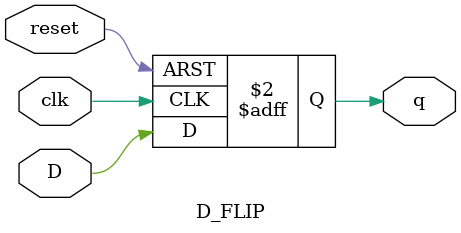
<source format=v>
`timescale 1ns / 1ps

module D_FLIP(
input D,clk,reset , output reg q
    );
    always @(posedge clk or posedge reset)
    begin
    if(reset)
    q<=1'b0;
    else
    q<=D;
    end
endmodule

</source>
